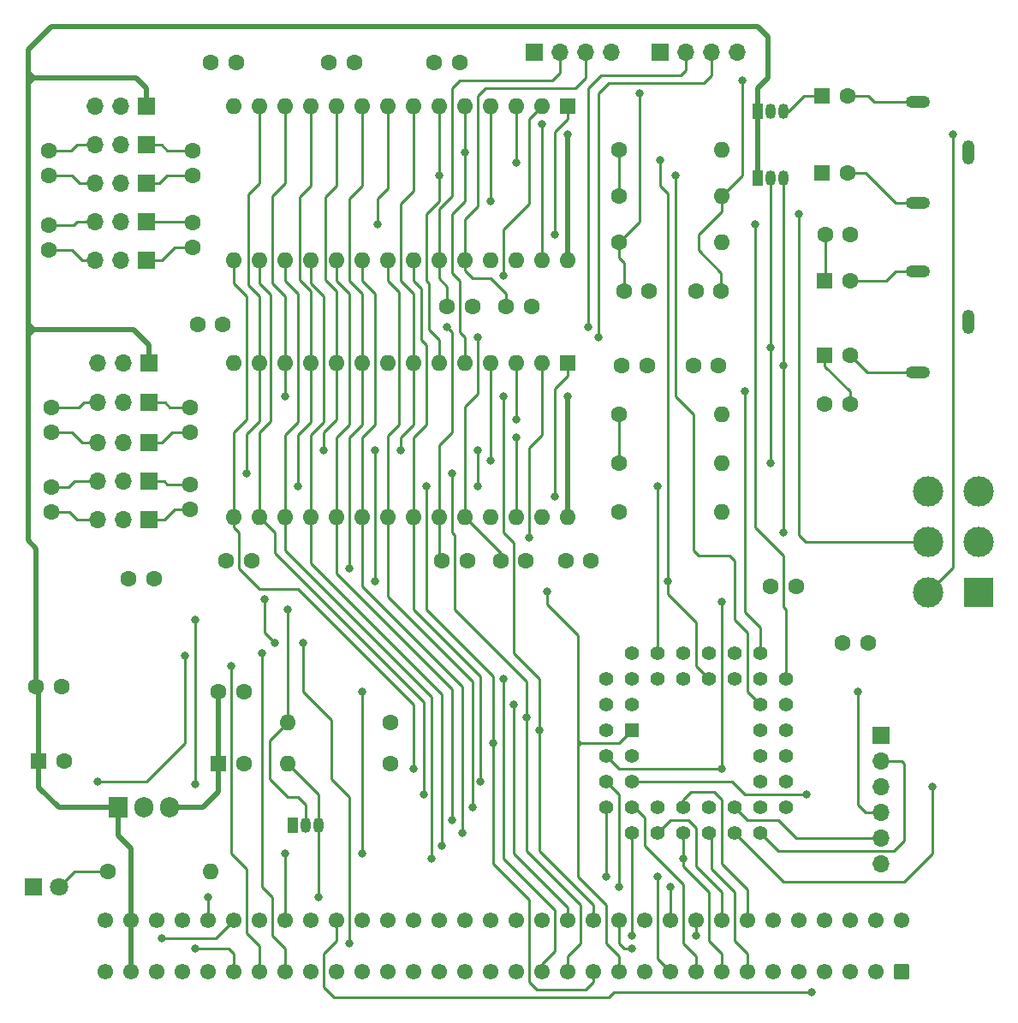
<source format=gtl>
G04 #@! TF.GenerationSoftware,KiCad,Pcbnew,7.0.8*
G04 #@! TF.CreationDate,2024-01-05T15:27:59+00:00*
G04 #@! TF.ProjectId,AudioSID,41756469-6f53-4494-942e-6b696361645f,rev?*
G04 #@! TF.SameCoordinates,Original*
G04 #@! TF.FileFunction,Copper,L1,Top*
G04 #@! TF.FilePolarity,Positive*
%FSLAX46Y46*%
G04 Gerber Fmt 4.6, Leading zero omitted, Abs format (unit mm)*
G04 Created by KiCad (PCBNEW 7.0.8) date 2024-01-05 15:27:59*
%MOMM*%
%LPD*%
G01*
G04 APERTURE LIST*
G04 Aperture macros list*
%AMRoundRect*
0 Rectangle with rounded corners*
0 $1 Rounding radius*
0 $2 $3 $4 $5 $6 $7 $8 $9 X,Y pos of 4 corners*
0 Add a 4 corners polygon primitive as box body*
4,1,4,$2,$3,$4,$5,$6,$7,$8,$9,$2,$3,0*
0 Add four circle primitives for the rounded corners*
1,1,$1+$1,$2,$3*
1,1,$1+$1,$4,$5*
1,1,$1+$1,$6,$7*
1,1,$1+$1,$8,$9*
0 Add four rect primitives between the rounded corners*
20,1,$1+$1,$2,$3,$4,$5,0*
20,1,$1+$1,$4,$5,$6,$7,0*
20,1,$1+$1,$6,$7,$8,$9,0*
20,1,$1+$1,$8,$9,$2,$3,0*%
G04 Aperture macros list end*
G04 #@! TA.AperFunction,ComponentPad*
%ADD10RoundRect,0.249999X0.525001X0.525001X-0.525001X0.525001X-0.525001X-0.525001X0.525001X-0.525001X0*%
G04 #@! TD*
G04 #@! TA.AperFunction,ComponentPad*
%ADD11C,1.550000*%
G04 #@! TD*
G04 #@! TA.AperFunction,ComponentPad*
%ADD12R,1.700000X1.700000*%
G04 #@! TD*
G04 #@! TA.AperFunction,ComponentPad*
%ADD13O,1.700000X1.700000*%
G04 #@! TD*
G04 #@! TA.AperFunction,ComponentPad*
%ADD14C,1.600000*%
G04 #@! TD*
G04 #@! TA.AperFunction,ComponentPad*
%ADD15O,1.600000X1.600000*%
G04 #@! TD*
G04 #@! TA.AperFunction,ComponentPad*
%ADD16R,1.600000X1.600000*%
G04 #@! TD*
G04 #@! TA.AperFunction,ComponentPad*
%ADD17O,1.208000X2.416000*%
G04 #@! TD*
G04 #@! TA.AperFunction,ComponentPad*
%ADD18O,2.416000X1.208000*%
G04 #@! TD*
G04 #@! TA.AperFunction,ComponentPad*
%ADD19R,1.050000X1.500000*%
G04 #@! TD*
G04 #@! TA.AperFunction,ComponentPad*
%ADD20O,1.050000X1.500000*%
G04 #@! TD*
G04 #@! TA.AperFunction,ComponentPad*
%ADD21R,3.000000X3.000000*%
G04 #@! TD*
G04 #@! TA.AperFunction,ComponentPad*
%ADD22C,3.000000*%
G04 #@! TD*
G04 #@! TA.AperFunction,ComponentPad*
%ADD23R,1.422400X1.422400*%
G04 #@! TD*
G04 #@! TA.AperFunction,ComponentPad*
%ADD24C,1.422400*%
G04 #@! TD*
G04 #@! TA.AperFunction,ComponentPad*
%ADD25R,1.905000X2.000000*%
G04 #@! TD*
G04 #@! TA.AperFunction,ComponentPad*
%ADD26O,1.905000X2.000000*%
G04 #@! TD*
G04 #@! TA.AperFunction,ComponentPad*
%ADD27R,1.800000X1.800000*%
G04 #@! TD*
G04 #@! TA.AperFunction,ComponentPad*
%ADD28C,1.800000*%
G04 #@! TD*
G04 #@! TA.AperFunction,ViaPad*
%ADD29C,0.800000*%
G04 #@! TD*
G04 #@! TA.AperFunction,Conductor*
%ADD30C,0.250000*%
G04 #@! TD*
G04 #@! TA.AperFunction,Conductor*
%ADD31C,0.500000*%
G04 #@! TD*
G04 APERTURE END LIST*
D10*
X188722000Y-144780000D03*
D11*
X186182000Y-144780000D03*
X183642000Y-144780000D03*
X181102000Y-144780000D03*
X178562000Y-144780000D03*
X176022000Y-144780000D03*
X173482000Y-144780000D03*
X170942000Y-144780000D03*
X168402000Y-144780000D03*
X165862000Y-144780000D03*
X163322000Y-144780000D03*
X160782000Y-144780000D03*
X158242000Y-144780000D03*
X155702000Y-144780000D03*
X153162000Y-144780000D03*
X150622000Y-144780000D03*
X148082000Y-144780000D03*
X145542000Y-144780000D03*
X143002000Y-144780000D03*
X140462000Y-144780000D03*
X137922000Y-144780000D03*
X135382000Y-144780000D03*
X132842000Y-144780000D03*
X130302000Y-144780000D03*
X127762000Y-144780000D03*
X125222000Y-144780000D03*
X122682000Y-144780000D03*
X120142000Y-144780000D03*
X117602000Y-144780000D03*
X115062000Y-144780000D03*
X112522000Y-144780000D03*
X109982000Y-144780000D03*
X188722000Y-139700000D03*
X186182000Y-139700000D03*
X183642000Y-139700000D03*
X181102000Y-139700000D03*
X178562000Y-139700000D03*
X176022000Y-139700000D03*
X173482000Y-139700000D03*
X170942000Y-139700000D03*
X168402000Y-139700000D03*
X165862000Y-139700000D03*
X163322000Y-139700000D03*
X160782000Y-139700000D03*
X158242000Y-139700000D03*
X155702000Y-139700000D03*
X153162000Y-139700000D03*
X150622000Y-139700000D03*
X148082000Y-139700000D03*
X145542000Y-139700000D03*
X143002000Y-139700000D03*
X140462000Y-139700000D03*
X137922000Y-139700000D03*
X135382000Y-139700000D03*
X132842000Y-139700000D03*
X130302000Y-139700000D03*
X127762000Y-139700000D03*
X125222000Y-139700000D03*
X122682000Y-139700000D03*
X120142000Y-139700000D03*
X117602000Y-139700000D03*
X115062000Y-139700000D03*
X112522000Y-139700000D03*
X109982000Y-139700000D03*
D12*
X164846000Y-53848000D03*
D13*
X167386000Y-53848000D03*
X169926000Y-53848000D03*
X172466000Y-53848000D03*
D12*
X114310000Y-84587000D03*
D13*
X111770000Y-84587000D03*
X109230000Y-84587000D03*
D14*
X160782000Y-68072000D03*
D15*
X170942000Y-68072000D03*
D14*
X160782000Y-63514000D03*
D15*
X170942000Y-63514000D03*
D12*
X152410000Y-53848000D03*
D13*
X154950000Y-53848000D03*
X157490000Y-53848000D03*
X160030000Y-53848000D03*
D14*
X121960000Y-104140000D03*
X124460000Y-104140000D03*
D12*
X114031000Y-74422000D03*
D13*
X111491000Y-74422000D03*
X108951000Y-74422000D03*
D12*
X114285000Y-100076000D03*
D13*
X111745000Y-100076000D03*
X109205000Y-100076000D03*
D12*
X114046000Y-70612000D03*
D13*
X111506000Y-70612000D03*
X108966000Y-70612000D03*
D16*
X181142000Y-76454000D03*
D14*
X183642000Y-76454000D03*
D16*
X180888000Y-58166000D03*
D14*
X183388000Y-58166000D03*
X118603000Y-63540000D03*
X118603000Y-66040000D03*
D17*
X195326000Y-80518000D03*
D18*
X190326000Y-75518000D03*
X190326000Y-85518000D03*
D16*
X181142000Y-83820000D03*
D14*
X183642000Y-83820000D03*
D12*
X114031000Y-59182000D03*
D13*
X111491000Y-59182000D03*
X108951000Y-59182000D03*
D19*
X174498000Y-66294000D03*
D20*
X175768000Y-66294000D03*
X177038000Y-66294000D03*
D19*
X174498000Y-59690000D03*
D20*
X175768000Y-59690000D03*
X177038000Y-59690000D03*
D12*
X114285000Y-96266000D03*
D13*
X111745000Y-96266000D03*
X109205000Y-96266000D03*
D17*
X195326000Y-63754000D03*
D18*
X190326000Y-58754000D03*
X190326000Y-68754000D03*
D21*
X196342000Y-107282000D03*
D22*
X196342000Y-102282000D03*
X196342000Y-97282000D03*
X191342000Y-107282000D03*
X191342000Y-102282000D03*
X191342000Y-97282000D03*
D16*
X180888000Y-65786000D03*
D14*
X183388000Y-65786000D03*
D23*
X162052000Y-120904000D03*
D24*
X159512000Y-123444000D03*
X162052000Y-123444000D03*
X159512000Y-125984000D03*
X162052000Y-125984000D03*
X159512000Y-128524000D03*
X162052000Y-131064000D03*
X162052000Y-128524000D03*
X164592000Y-131064000D03*
X164592000Y-128524000D03*
X167132000Y-131064000D03*
X167132000Y-128524000D03*
X169672000Y-131064000D03*
X169672000Y-128524000D03*
X172212000Y-131064000D03*
X172212000Y-128524000D03*
X174752000Y-131064000D03*
X177292000Y-128524000D03*
X174752000Y-128524000D03*
X177292000Y-125984000D03*
X174752000Y-125984000D03*
X177292000Y-123444000D03*
X174752000Y-123444000D03*
X177292000Y-120904000D03*
X174752000Y-120904000D03*
X177292000Y-118364000D03*
X174752000Y-118364000D03*
X177292000Y-115824000D03*
X174752000Y-113284000D03*
X174752000Y-115824000D03*
X172212000Y-113284000D03*
X172212000Y-115824000D03*
X169672000Y-113284000D03*
X169672000Y-115824000D03*
X167132000Y-113284000D03*
X167132000Y-115824000D03*
X164592000Y-113284000D03*
X164592000Y-115824000D03*
X162052000Y-113284000D03*
X159512000Y-115824000D03*
X162052000Y-115824000D03*
X159512000Y-118364000D03*
X162052000Y-118364000D03*
X159512000Y-120904000D03*
D14*
X138176000Y-124206000D03*
D15*
X128016000Y-124206000D03*
D25*
X111252000Y-128524000D03*
D26*
X113792000Y-128524000D03*
X116332000Y-128524000D03*
D14*
X110236000Y-134874000D03*
D15*
X120396000Y-134874000D03*
D14*
X121198000Y-117094000D03*
X123698000Y-117094000D03*
X104633000Y-96814000D03*
X104633000Y-99314000D03*
X175808000Y-106680000D03*
X178308000Y-106680000D03*
X104379000Y-70906000D03*
X104379000Y-73406000D03*
D27*
X102870000Y-136398000D03*
D28*
X105410000Y-136398000D03*
D14*
X160782000Y-72658000D03*
D15*
X170942000Y-72658000D03*
D14*
X155508000Y-104140000D03*
X158008000Y-104140000D03*
X160762000Y-94488000D03*
D15*
X170922000Y-94488000D03*
D14*
X118603000Y-70652000D03*
X118603000Y-73152000D03*
D16*
X103418000Y-123952000D03*
D14*
X105918000Y-123952000D03*
D16*
X121198000Y-124206000D03*
D14*
X123698000Y-124206000D03*
X104633000Y-88940000D03*
X104633000Y-91440000D03*
X103164000Y-116586000D03*
X105664000Y-116586000D03*
D16*
X155702000Y-84582000D03*
D15*
X153162000Y-84582000D03*
X150622000Y-84582000D03*
X148082000Y-84582000D03*
X145542000Y-84582000D03*
X143002000Y-84582000D03*
X140462000Y-84582000D03*
X137922000Y-84582000D03*
X135382000Y-84582000D03*
X132842000Y-84582000D03*
X130302000Y-84582000D03*
X127762000Y-84582000D03*
X125222000Y-84582000D03*
X122682000Y-84582000D03*
X122682000Y-99822000D03*
X125222000Y-99822000D03*
X127762000Y-99822000D03*
X130302000Y-99822000D03*
X132842000Y-99822000D03*
X135382000Y-99822000D03*
X137922000Y-99822000D03*
X140462000Y-99822000D03*
X143002000Y-99822000D03*
X145542000Y-99822000D03*
X148082000Y-99822000D03*
X150622000Y-99822000D03*
X153162000Y-99822000D03*
X155702000Y-99822000D03*
D14*
X161056000Y-84850000D03*
X163556000Y-84850000D03*
D16*
X155702000Y-59182000D03*
D15*
X153162000Y-59182000D03*
X150622000Y-59182000D03*
X148082000Y-59182000D03*
X145542000Y-59182000D03*
X143002000Y-59182000D03*
X140462000Y-59182000D03*
X137922000Y-59182000D03*
X135382000Y-59182000D03*
X132842000Y-59182000D03*
X130302000Y-59182000D03*
X127762000Y-59182000D03*
X125222000Y-59182000D03*
X122682000Y-59182000D03*
X122682000Y-74422000D03*
X125222000Y-74422000D03*
X127762000Y-74422000D03*
X130302000Y-74422000D03*
X132842000Y-74422000D03*
X135382000Y-74422000D03*
X137922000Y-74422000D03*
X140462000Y-74422000D03*
X143002000Y-74422000D03*
X145542000Y-74422000D03*
X148082000Y-74422000D03*
X150622000Y-74422000D03*
X153162000Y-74422000D03*
X155702000Y-74422000D03*
D12*
X114031000Y-62992000D03*
D13*
X111491000Y-62992000D03*
X108951000Y-62992000D03*
D14*
X163790000Y-77484000D03*
X161290000Y-77484000D03*
X118349000Y-88940000D03*
X118349000Y-91440000D03*
X112308000Y-105918000D03*
X114808000Y-105918000D03*
X142534000Y-54864000D03*
X145034000Y-54864000D03*
X160762000Y-99328000D03*
D15*
X170922000Y-99328000D03*
D14*
X143296000Y-104140000D03*
X145796000Y-104140000D03*
X120436000Y-54864000D03*
X122936000Y-54864000D03*
D19*
X128524000Y-130302000D03*
D20*
X129794000Y-130302000D03*
X131064000Y-130302000D03*
D14*
X118349000Y-96560000D03*
X118349000Y-99060000D03*
X143804000Y-78994000D03*
X146304000Y-78994000D03*
D12*
X114285000Y-92456000D03*
D13*
X111745000Y-92456000D03*
X109205000Y-92456000D03*
D14*
X183622000Y-88646000D03*
X181122000Y-88646000D03*
X149098000Y-104140000D03*
X151598000Y-104140000D03*
D12*
X114285000Y-88454000D03*
D13*
X111745000Y-88454000D03*
X109205000Y-88454000D03*
D14*
X182920000Y-112268000D03*
X185420000Y-112268000D03*
X149626000Y-78994000D03*
X152126000Y-78994000D03*
X132120000Y-54864000D03*
X134620000Y-54864000D03*
D12*
X114046000Y-66802000D03*
D13*
X111506000Y-66802000D03*
X108966000Y-66802000D03*
D14*
X160762000Y-89676000D03*
D15*
X170922000Y-89676000D03*
D12*
X186690000Y-121412000D03*
D13*
X186690000Y-123952000D03*
X186690000Y-126492000D03*
X186690000Y-129032000D03*
X186690000Y-131572000D03*
X186690000Y-134112000D03*
D14*
X168148000Y-84836000D03*
X170648000Y-84836000D03*
X104379000Y-63540000D03*
X104379000Y-66040000D03*
X138176000Y-120142000D03*
D15*
X128016000Y-120142000D03*
D14*
X181162000Y-71882000D03*
X183662000Y-71882000D03*
X170902000Y-77484000D03*
X168402000Y-77484000D03*
X119126000Y-80772000D03*
X121626000Y-80772000D03*
D29*
X115570000Y-141478000D03*
X109220000Y-125984000D03*
X117856000Y-113538000D03*
X129540000Y-112268000D03*
X125730000Y-107950000D03*
X134112000Y-141986000D03*
X164846000Y-64516000D03*
X145542000Y-63754000D03*
X165608000Y-106172000D03*
X126746000Y-112268000D03*
X127762000Y-133096000D03*
X135382000Y-133096000D03*
X135382000Y-117094000D03*
X179832000Y-146812000D03*
X179324000Y-127254000D03*
X150368000Y-118364000D03*
X152908000Y-120904000D03*
X127762000Y-87884000D03*
X149352000Y-87884000D03*
X170942000Y-124714000D03*
X136652000Y-106172000D03*
X162052000Y-142494000D03*
X170942000Y-108204000D03*
X136652000Y-93218000D03*
X131572000Y-93218000D03*
X147066000Y-125984000D03*
X165862000Y-136398000D03*
X160782000Y-136398000D03*
X145288000Y-131064000D03*
X168402000Y-141224000D03*
X162052000Y-141224000D03*
X143256000Y-132334000D03*
X141478000Y-127254000D03*
X146812000Y-82042000D03*
X158750000Y-82042000D03*
X118872000Y-126238000D03*
X118872000Y-142531500D03*
X118872000Y-109982000D03*
X146812000Y-96774000D03*
X164592000Y-96774000D03*
X146812000Y-93218000D03*
X139192000Y-93218000D03*
X122428000Y-114554000D03*
X125476000Y-113284000D03*
X149352000Y-115824000D03*
X123952000Y-95504000D03*
X151638000Y-119634000D03*
X144272000Y-95504000D03*
X141732000Y-96774000D03*
X129032000Y-96774000D03*
X148336000Y-122174000D03*
X134112000Y-104902000D03*
X153670000Y-107188000D03*
X146304000Y-128524000D03*
X159512000Y-135382000D03*
X164592000Y-135382000D03*
X144272000Y-129794000D03*
X142240000Y-133604000D03*
X167132000Y-133604000D03*
X140462000Y-124714000D03*
X131064000Y-137414000D03*
X120142000Y-137414000D03*
X157734000Y-81026000D03*
X143764000Y-81026000D03*
X191770000Y-126492000D03*
X184404000Y-117094000D03*
X128016000Y-108966000D03*
X178562000Y-69850000D03*
X193802000Y-61976000D03*
X153162000Y-60960000D03*
X143002000Y-66040000D03*
X166370000Y-66040000D03*
X136906000Y-70866000D03*
X174244000Y-70866000D03*
X173228000Y-87376000D03*
X150622000Y-91948000D03*
X175768000Y-94488000D03*
X175768000Y-83058000D03*
X177038000Y-84836000D03*
X177038000Y-101346000D03*
X172974000Y-56642000D03*
X162814000Y-57912000D03*
X155702000Y-87884000D03*
X150622000Y-90170000D03*
X148082000Y-94234000D03*
X154432000Y-97790000D03*
X151892000Y-101854000D03*
X155702000Y-61976000D03*
X150622000Y-64770000D03*
X148082000Y-68580000D03*
X154432000Y-71882000D03*
X149352000Y-75946000D03*
D30*
X114046000Y-125984000D02*
X109220000Y-125984000D01*
X122682000Y-139700000D02*
X120904000Y-141478000D01*
X120904000Y-141478000D02*
X115570000Y-141478000D01*
X114046000Y-125984000D02*
X117856000Y-122174000D01*
X117856000Y-113538000D02*
X117856000Y-122174000D01*
X165608000Y-107442000D02*
X165608000Y-106172000D01*
X145034000Y-76454000D02*
X144272000Y-75692000D01*
X144272000Y-69850000D02*
X145542000Y-68580000D01*
X165608000Y-106172000D02*
X165608000Y-67818000D01*
X132334000Y-119888000D02*
X132334000Y-125730000D01*
X125730000Y-111252000D02*
X126746000Y-112268000D01*
X145542000Y-63754000D02*
X145542000Y-59182000D01*
X134112000Y-127508000D02*
X134112000Y-141986000D01*
X145542000Y-82042000D02*
X145034000Y-81534000D01*
X165608000Y-67818000D02*
X164846000Y-67056000D01*
X169672000Y-115824000D02*
X168402000Y-114554000D01*
X145542000Y-84582000D02*
X145542000Y-82042000D01*
X145034000Y-81534000D02*
X145034000Y-76454000D01*
X132334000Y-125730000D02*
X134112000Y-127508000D01*
X145542000Y-68580000D02*
X145542000Y-63754000D01*
X129540000Y-112268000D02*
X129540000Y-117094000D01*
X144272000Y-75692000D02*
X144272000Y-69850000D01*
X168402000Y-114554000D02*
X168402000Y-110236000D01*
X125730000Y-107950000D02*
X125730000Y-111252000D01*
X129540000Y-117094000D02*
X132334000Y-119888000D01*
X164846000Y-67056000D02*
X164846000Y-64516000D01*
X168402000Y-110236000D02*
X165608000Y-107442000D01*
X127762000Y-133096000D02*
X127762000Y-139700000D01*
X135382000Y-117094000D02*
X135382000Y-133096000D01*
X173228000Y-127254000D02*
X179324000Y-127254000D01*
X132588000Y-147320000D02*
X131572000Y-146304000D01*
X160274000Y-146812000D02*
X159766000Y-147320000D01*
X132842000Y-141732000D02*
X132842000Y-139700000D01*
X162052000Y-125984000D02*
X171958000Y-125984000D01*
X131572000Y-146304000D02*
X131572000Y-143002000D01*
X179832000Y-146812000D02*
X160274000Y-146812000D01*
X171958000Y-125984000D02*
X173228000Y-127254000D01*
X159766000Y-147320000D02*
X132588000Y-147320000D01*
X131572000Y-143002000D02*
X132842000Y-141732000D01*
X155702000Y-138430000D02*
X155702000Y-139700000D01*
X150368000Y-118364000D02*
X150368000Y-133096000D01*
X150368000Y-133096000D02*
X155702000Y-138430000D01*
X152908000Y-132842000D02*
X152908000Y-120904000D01*
X126492000Y-68072000D02*
X126492000Y-76708000D01*
X149352000Y-101346000D02*
X150368000Y-102362000D01*
X127762000Y-77978000D02*
X127762000Y-84582000D01*
X149352000Y-101346000D02*
X149352000Y-87884000D01*
X150368000Y-113284000D02*
X150368000Y-102362000D01*
X152908000Y-120904000D02*
X152908000Y-115824000D01*
X152908000Y-132842000D02*
X158242000Y-138176000D01*
X127762000Y-87884000D02*
X127762000Y-84582000D01*
X150368000Y-113284000D02*
X152908000Y-115824000D01*
X127762000Y-66802000D02*
X126492000Y-68072000D01*
X127762000Y-59182000D02*
X127762000Y-66802000D01*
X158242000Y-139700000D02*
X158242000Y-138176000D01*
X126492000Y-76708000D02*
X127762000Y-77978000D01*
X132842000Y-67056000D02*
X132842000Y-59182000D01*
X131717000Y-76345000D02*
X131717000Y-68181000D01*
X160782000Y-124714000D02*
X159512000Y-123444000D01*
X170942000Y-124714000D02*
X160782000Y-124714000D01*
X132842000Y-84582000D02*
X132842000Y-77470000D01*
X136652000Y-106172000D02*
X136652000Y-93218000D01*
X131572000Y-93218000D02*
X131572000Y-91440000D01*
X160782000Y-141986000D02*
X160782000Y-139700000D01*
X132842000Y-77470000D02*
X131717000Y-76345000D01*
X170942000Y-124714000D02*
X170942000Y-108204000D01*
X131717000Y-68181000D02*
X132842000Y-67056000D01*
X132842000Y-90170000D02*
X132842000Y-84582000D01*
X162052000Y-142494000D02*
X161290000Y-142494000D01*
X131572000Y-91440000D02*
X132842000Y-90170000D01*
X161290000Y-142494000D02*
X160782000Y-141986000D01*
X165862000Y-136398000D02*
X165862000Y-139700000D01*
X141732000Y-90678000D02*
X141732000Y-82804000D01*
X147066000Y-125984000D02*
X147066000Y-115570000D01*
X141732000Y-82804000D02*
X141224000Y-82296000D01*
X141224000Y-82296000D02*
X141224000Y-77216000D01*
X147066000Y-115570000D02*
X140462000Y-108966000D01*
X140462000Y-108966000D02*
X140462000Y-99822000D01*
X159512000Y-125984000D02*
X160782000Y-127254000D01*
X141224000Y-77216000D02*
X140462000Y-76454000D01*
X140462000Y-91948000D02*
X141732000Y-90678000D01*
X140462000Y-76454000D02*
X140462000Y-74422000D01*
X140462000Y-99822000D02*
X140462000Y-91948000D01*
X160782000Y-127254000D02*
X160782000Y-136398000D01*
X162052000Y-131318000D02*
X162052000Y-132588000D01*
X135382000Y-106680000D02*
X135382000Y-99822000D01*
X135382000Y-76454000D02*
X135382000Y-74422000D01*
X168402000Y-141224000D02*
X168402000Y-139700000D01*
X162052000Y-132588000D02*
X162052000Y-141224000D01*
X135382000Y-99822000D02*
X135382000Y-91948000D01*
X145288000Y-116586000D02*
X135382000Y-106680000D01*
X162052000Y-132588000D02*
X162052000Y-131064000D01*
X136652000Y-77724000D02*
X135382000Y-76454000D01*
X136652000Y-90678000D02*
X136652000Y-77724000D01*
X145288000Y-131064000D02*
X145288000Y-116586000D01*
X135382000Y-91948000D02*
X136652000Y-90678000D01*
X143256000Y-117348000D02*
X130302000Y-104394000D01*
X164846000Y-131064000D02*
X164846000Y-130810000D01*
X167640000Y-129794000D02*
X168402000Y-130556000D01*
X131572000Y-77978000D02*
X130302000Y-76708000D01*
X170942000Y-136906000D02*
X170942000Y-139700000D01*
X168402000Y-130556000D02*
X168402000Y-134366000D01*
X165862000Y-129794000D02*
X167640000Y-129794000D01*
X168402000Y-134366000D02*
X170942000Y-136906000D01*
X165354000Y-130302000D02*
X165862000Y-129794000D01*
X130302000Y-76708000D02*
X130302000Y-74422000D01*
X130302000Y-104394000D02*
X130302000Y-99822000D01*
X130302000Y-99822000D02*
X130302000Y-91694000D01*
X164846000Y-130810000D02*
X165354000Y-130302000D01*
X165354000Y-130302000D02*
X164592000Y-131064000D01*
X143256000Y-132334000D02*
X143256000Y-117348000D01*
X130302000Y-91694000D02*
X131572000Y-90424000D01*
X131572000Y-90424000D02*
X131572000Y-77978000D01*
X167132000Y-127762000D02*
X167132000Y-128524000D01*
X126746000Y-101346000D02*
X125222000Y-99822000D01*
X173482000Y-139700000D02*
X173482000Y-136652000D01*
X125222000Y-91440000D02*
X126347000Y-90315000D01*
X126746000Y-103378000D02*
X126746000Y-101346000D01*
X173482000Y-136652000D02*
X170942000Y-134112000D01*
X126347000Y-90315000D02*
X126347000Y-77833000D01*
X125222000Y-76708000D02*
X125222000Y-74422000D01*
X170180000Y-127000000D02*
X167894000Y-127000000D01*
X125222000Y-99822000D02*
X125222000Y-91440000D01*
X141478000Y-127254000D02*
X141478000Y-118110000D01*
X167894000Y-127000000D02*
X167132000Y-127762000D01*
X126347000Y-77833000D02*
X125222000Y-76708000D01*
X141478000Y-118110000D02*
X126746000Y-103378000D01*
X170942000Y-134112000D02*
X170942000Y-127762000D01*
X170942000Y-127762000D02*
X170180000Y-127000000D01*
X169164000Y-56896000D02*
X159766000Y-56896000D01*
X145542000Y-99822000D02*
X149098000Y-103378000D01*
X145542000Y-88900000D02*
X146812000Y-87630000D01*
X158750000Y-57912000D02*
X158750000Y-82042000D01*
X159766000Y-56896000D02*
X158750000Y-57912000D01*
X145542000Y-99822000D02*
X145542000Y-88900000D01*
X169926000Y-53848000D02*
X169926000Y-56134000D01*
X169926000Y-56134000D02*
X169164000Y-56896000D01*
X149098000Y-103378000D02*
X149098000Y-104140000D01*
X146812000Y-87630000D02*
X146812000Y-82042000D01*
X118872000Y-109982000D02*
X118872000Y-126238000D01*
X122211500Y-142531500D02*
X122682000Y-143002000D01*
X122682000Y-143002000D02*
X122682000Y-144780000D01*
X118872000Y-142531500D02*
X122211500Y-142531500D01*
X140462000Y-90678000D02*
X140462000Y-84582000D01*
X139192000Y-68834000D02*
X140462000Y-67564000D01*
X123952000Y-140970000D02*
X123952000Y-134620000D01*
X125222000Y-144780000D02*
X125222000Y-142240000D01*
X125222000Y-142240000D02*
X123952000Y-140970000D01*
X139192000Y-76454000D02*
X139192000Y-68834000D01*
X140462000Y-77724000D02*
X139192000Y-76454000D01*
X139192000Y-91948000D02*
X140462000Y-90678000D01*
X146812000Y-96774000D02*
X146812000Y-93218000D01*
X140462000Y-67564000D02*
X140462000Y-59182000D01*
X122428000Y-133096000D02*
X122428000Y-114554000D01*
X140462000Y-84582000D02*
X140462000Y-77724000D01*
X123952000Y-134620000D02*
X122428000Y-133096000D01*
X164592000Y-113284000D02*
X164592000Y-96774000D01*
X139192000Y-93218000D02*
X139192000Y-91948000D01*
X126492000Y-141224000D02*
X127762000Y-142494000D01*
X126492000Y-137414000D02*
X126492000Y-141224000D01*
X127762000Y-142494000D02*
X127762000Y-144780000D01*
X125476000Y-136398000D02*
X126492000Y-137414000D01*
X125476000Y-113284000D02*
X125476000Y-136398000D01*
X149352000Y-133604000D02*
X154432000Y-138684000D01*
X149352000Y-115824000D02*
X149352000Y-133604000D01*
X154432000Y-138684000D02*
X154432000Y-142748000D01*
X153162000Y-144018000D02*
X153162000Y-144780000D01*
X154432000Y-142748000D02*
X153162000Y-144018000D01*
X151638000Y-119634000D02*
X151638000Y-116078000D01*
X125222000Y-84582000D02*
X125222000Y-77978000D01*
X124097000Y-67927000D02*
X125222000Y-66802000D01*
X144272000Y-101346000D02*
X144272000Y-95504000D01*
X151638000Y-119634000D02*
X151638000Y-132842000D01*
X144526000Y-108966000D02*
X144526000Y-101600000D01*
X155702000Y-143256000D02*
X155702000Y-144780000D01*
X144526000Y-101600000D02*
X144272000Y-101346000D01*
X123952000Y-95504000D02*
X123952000Y-91567000D01*
X123952000Y-91567000D02*
X125222000Y-90297000D01*
X125222000Y-66802000D02*
X125222000Y-59182000D01*
X156972000Y-141986000D02*
X155702000Y-143256000D01*
X124097000Y-76853000D02*
X124097000Y-67927000D01*
X124097000Y-76853000D02*
X125222000Y-77978000D01*
X144526000Y-108966000D02*
X151638000Y-116078000D01*
X151638000Y-132842000D02*
X156972000Y-138176000D01*
X125222000Y-90297000D02*
X125222000Y-84582000D01*
X156972000Y-138176000D02*
X156972000Y-141986000D01*
X129032000Y-91694000D02*
X130302000Y-90424000D01*
X148336000Y-122174000D02*
X148336000Y-115570000D01*
X130302000Y-84582000D02*
X130302000Y-77470000D01*
X130302000Y-90424000D02*
X130302000Y-84582000D01*
X157480000Y-146558000D02*
X158242000Y-145796000D01*
X148336000Y-134112000D02*
X151892000Y-137668000D01*
X129177000Y-68181000D02*
X130302000Y-67056000D01*
X151892000Y-145796000D02*
X152654000Y-146558000D01*
X152654000Y-146558000D02*
X157480000Y-146558000D01*
X158242000Y-145796000D02*
X158242000Y-144780000D01*
X129032000Y-96774000D02*
X129032000Y-91694000D01*
X130302000Y-77470000D02*
X129177000Y-76345000D01*
X129177000Y-76345000D02*
X129177000Y-68181000D01*
X148336000Y-122174000D02*
X148336000Y-134112000D01*
X141732000Y-108966000D02*
X141732000Y-96774000D01*
X141732000Y-108966000D02*
X148336000Y-115570000D01*
X151892000Y-137668000D02*
X151892000Y-145796000D01*
X130302000Y-67056000D02*
X130302000Y-59182000D01*
X160782000Y-144780000D02*
X160782000Y-143256000D01*
X134112000Y-91948000D02*
X135382000Y-90678000D01*
X159512000Y-138176000D02*
X156718000Y-135382000D01*
X153670000Y-107188000D02*
X153670000Y-108458000D01*
X156972000Y-122174000D02*
X156718000Y-121920000D01*
X135382000Y-77724000D02*
X134112000Y-76454000D01*
X159512000Y-141986000D02*
X159512000Y-138176000D01*
X160782000Y-143256000D02*
X159512000Y-141986000D01*
X134112000Y-76454000D02*
X134112000Y-68326000D01*
X156718000Y-122428000D02*
X156972000Y-122174000D01*
X135382000Y-84582000D02*
X135382000Y-77724000D01*
X156718000Y-111506000D02*
X156718000Y-121920000D01*
X135382000Y-67056000D02*
X135382000Y-59182000D01*
X156718000Y-123952000D02*
X156718000Y-121920000D01*
X134112000Y-104902000D02*
X134112000Y-91948000D01*
X134112000Y-68326000D02*
X135382000Y-67056000D01*
X156718000Y-135382000D02*
X156718000Y-123952000D01*
X156718000Y-123952000D02*
X156718000Y-122428000D01*
X160782000Y-122174000D02*
X162052000Y-120904000D01*
X156972000Y-122174000D02*
X160782000Y-122174000D01*
X153670000Y-108458000D02*
X156718000Y-111506000D01*
X135382000Y-90678000D02*
X135382000Y-84582000D01*
X146304000Y-116078000D02*
X146304000Y-128524000D01*
X164592000Y-143510000D02*
X165862000Y-144780000D01*
X137922000Y-107696000D02*
X146304000Y-116078000D01*
X137922000Y-99822000D02*
X137922000Y-107696000D01*
X159512000Y-128524000D02*
X159512000Y-135382000D01*
X164592000Y-135382000D02*
X164592000Y-143510000D01*
X139047000Y-90678000D02*
X139047000Y-77579000D01*
X139047000Y-77579000D02*
X137922000Y-76454000D01*
X137922000Y-99822000D02*
X137922000Y-91803000D01*
X137922000Y-76454000D02*
X137922000Y-74422000D01*
X137922000Y-91803000D02*
X139047000Y-90678000D01*
X163322000Y-129540000D02*
X163322000Y-132334000D01*
X144272000Y-129794000D02*
X144272000Y-116840000D01*
X132842000Y-91948000D02*
X134112000Y-90678000D01*
X134112000Y-90678000D02*
X134112000Y-77724000D01*
X132842000Y-105410000D02*
X132842000Y-99822000D01*
X167132000Y-141986000D02*
X168402000Y-143256000D01*
X162306000Y-128524000D02*
X163322000Y-129540000D01*
X134112000Y-77724000D02*
X132842000Y-76454000D01*
X168402000Y-143256000D02*
X168402000Y-144780000D01*
X163322000Y-132334000D02*
X167132000Y-136144000D01*
X132842000Y-99822000D02*
X132842000Y-91948000D01*
X132842000Y-76454000D02*
X132842000Y-74422000D01*
X144272000Y-116840000D02*
X132842000Y-105410000D01*
X167132000Y-136144000D02*
X167132000Y-141986000D01*
X129032000Y-90424000D02*
X129032000Y-77724000D01*
X169672000Y-141732000D02*
X170942000Y-143002000D01*
X169672000Y-136906000D02*
X169672000Y-141732000D01*
X142240000Y-117602000D02*
X127762000Y-103124000D01*
X167132000Y-131064000D02*
X167132000Y-133604000D01*
X129032000Y-77724000D02*
X127762000Y-76454000D01*
X142240000Y-133604000D02*
X142240000Y-117602000D01*
X170942000Y-143002000D02*
X170942000Y-144780000D01*
X167132000Y-134366000D02*
X169672000Y-136906000D01*
X127762000Y-91694000D02*
X129032000Y-90424000D01*
X127762000Y-76454000D02*
X127762000Y-74422000D01*
X127762000Y-99822000D02*
X127762000Y-91694000D01*
X127762000Y-103124000D02*
X127762000Y-99822000D01*
X167132000Y-133604000D02*
X167132000Y-134366000D01*
X172212000Y-136906000D02*
X172212000Y-141732000D01*
X173482000Y-143002000D02*
X173482000Y-144780000D01*
X122682000Y-76708000D02*
X123952000Y-77978000D01*
X123952000Y-90170000D02*
X122682000Y-91440000D01*
X129032000Y-106934000D02*
X125222000Y-106934000D01*
X122682000Y-91440000D02*
X122682000Y-99822000D01*
X123952000Y-77978000D02*
X123952000Y-90170000D01*
X169926000Y-134620000D02*
X172212000Y-136906000D01*
X140462000Y-118364000D02*
X129032000Y-106934000D01*
X125222000Y-106934000D02*
X123190000Y-104902000D01*
X123190000Y-104902000D02*
X123190000Y-101346000D01*
X122682000Y-100838000D02*
X122682000Y-99822000D01*
X123190000Y-101346000D02*
X122682000Y-100838000D01*
X172212000Y-141732000D02*
X173482000Y-143002000D01*
X122682000Y-74422000D02*
X122682000Y-76708000D01*
X169926000Y-131064000D02*
X169926000Y-134620000D01*
X140462000Y-124714000D02*
X140462000Y-118364000D01*
X131064000Y-127254000D02*
X128016000Y-124206000D01*
X131064000Y-130302000D02*
X131064000Y-127254000D01*
X120142000Y-137414000D02*
X120142000Y-139700000D01*
X131064000Y-130302000D02*
X131064000Y-137414000D01*
X157734000Y-57404000D02*
X159004000Y-56134000D01*
X144272000Y-91440000D02*
X144272000Y-81534000D01*
X167386000Y-55626000D02*
X167386000Y-53848000D01*
X166878000Y-56134000D02*
X167386000Y-55626000D01*
X143002000Y-99822000D02*
X143002000Y-103846000D01*
X159004000Y-56134000D02*
X166878000Y-56134000D01*
X144272000Y-81534000D02*
X143764000Y-81026000D01*
X143002000Y-103846000D02*
X143296000Y-104140000D01*
X143002000Y-99822000D02*
X143002000Y-92710000D01*
X143002000Y-92710000D02*
X144272000Y-91440000D01*
X157734000Y-81026000D02*
X157734000Y-57404000D01*
X190326000Y-85518000D02*
X185340000Y-85518000D01*
X185340000Y-85518000D02*
X183642000Y-83820000D01*
X188134000Y-68754000D02*
X185166000Y-65786000D01*
X190326000Y-68754000D02*
X188134000Y-68754000D01*
X185166000Y-65786000D02*
X183388000Y-65786000D01*
X183642000Y-76454000D02*
X187198000Y-76454000D01*
X188134000Y-75518000D02*
X190326000Y-75518000D01*
X187198000Y-76454000D02*
X188134000Y-75518000D01*
X186008000Y-58754000D02*
X185420000Y-58166000D01*
X190326000Y-58754000D02*
X186008000Y-58754000D01*
X185420000Y-58166000D02*
X183388000Y-58166000D01*
D31*
X102362000Y-81788000D02*
X102362000Y-102108000D01*
X103164000Y-116586000D02*
X103164000Y-102910000D01*
X112776000Y-81280000D02*
X114310000Y-82814000D01*
X102870000Y-81280000D02*
X102362000Y-80772000D01*
X102870000Y-81280000D02*
X112776000Y-81280000D01*
X104648000Y-51308000D02*
X174498000Y-51308000D01*
X175514000Y-52324000D02*
X175514000Y-56388000D01*
X174498000Y-51308000D02*
X175514000Y-52324000D01*
X111252000Y-131318000D02*
X111252000Y-128524000D01*
X174498000Y-59690000D02*
X174498000Y-66294000D01*
X102362000Y-58674000D02*
X102362000Y-55880000D01*
X114310000Y-82814000D02*
X114310000Y-84587000D01*
X102362000Y-56896000D02*
X102362000Y-58674000D01*
X112522000Y-139700000D02*
X112522000Y-132588000D01*
X102362000Y-53594000D02*
X104648000Y-51308000D01*
X114031000Y-57389000D02*
X113030000Y-56388000D01*
X102870000Y-56388000D02*
X102362000Y-55880000D01*
X102362000Y-81280000D02*
X102362000Y-81788000D01*
X102362000Y-55880000D02*
X102362000Y-53594000D01*
X112522000Y-144780000D02*
X112522000Y-139700000D01*
X174498000Y-57404000D02*
X174498000Y-59690000D01*
X113030000Y-56388000D02*
X102870000Y-56388000D01*
X111252000Y-128524000D02*
X105410000Y-128524000D01*
X112522000Y-132588000D02*
X111252000Y-131318000D01*
X114031000Y-59182000D02*
X114031000Y-57389000D01*
X102362000Y-80772000D02*
X102362000Y-81280000D01*
X102870000Y-56388000D02*
X102362000Y-56896000D01*
X175514000Y-56388000D02*
X174498000Y-57404000D01*
X103418000Y-123952000D02*
X103418000Y-116840000D01*
X103418000Y-116840000D02*
X103164000Y-116586000D01*
X103418000Y-126532000D02*
X103418000Y-123952000D01*
X102870000Y-81280000D02*
X102362000Y-81788000D01*
X103164000Y-102910000D02*
X102362000Y-102108000D01*
X102362000Y-58674000D02*
X102362000Y-80772000D01*
X102870000Y-81280000D02*
X102362000Y-81280000D01*
X105410000Y-128524000D02*
X103418000Y-126532000D01*
D30*
X187960000Y-132842000D02*
X188976000Y-131826000D01*
X188976000Y-131826000D02*
X188976000Y-124206000D01*
X188722000Y-123952000D02*
X186690000Y-123952000D01*
X174752000Y-131064000D02*
X176530000Y-132842000D01*
X176530000Y-132842000D02*
X187960000Y-132842000D01*
X188976000Y-124206000D02*
X188722000Y-123952000D01*
X177038000Y-135890000D02*
X188976000Y-135890000D01*
X188976000Y-135890000D02*
X191770000Y-133096000D01*
X172212000Y-131064000D02*
X177038000Y-135890000D01*
X191770000Y-133096000D02*
X191770000Y-126492000D01*
X186690000Y-129032000D02*
X185166000Y-129032000D01*
X185166000Y-129032000D02*
X184404000Y-128270000D01*
X184404000Y-128270000D02*
X184404000Y-117094000D01*
X173482000Y-129794000D02*
X176530000Y-129794000D01*
X178308000Y-131572000D02*
X186690000Y-131572000D01*
X176530000Y-129794000D02*
X178308000Y-131572000D01*
X172212000Y-128524000D02*
X173482000Y-129794000D01*
X126238000Y-121920000D02*
X128016000Y-120142000D01*
X129794000Y-128270000D02*
X129032000Y-127508000D01*
X129794000Y-130302000D02*
X129794000Y-128270000D01*
X126238000Y-125730000D02*
X126238000Y-121920000D01*
X128016000Y-127508000D02*
X126238000Y-125730000D01*
X129032000Y-127508000D02*
X128016000Y-127508000D01*
X128016000Y-108966000D02*
X128016000Y-120142000D01*
X160762000Y-89676000D02*
X160762000Y-94488000D01*
X179244000Y-102282000D02*
X191342000Y-102282000D01*
X178562000Y-101600000D02*
X179244000Y-102282000D01*
X160782000Y-63514000D02*
X160782000Y-68072000D01*
X178562000Y-69850000D02*
X178562000Y-101600000D01*
X191342000Y-107282000D02*
X193802000Y-104822000D01*
X153162000Y-60960000D02*
X153162000Y-74422000D01*
X193802000Y-104822000D02*
X193802000Y-61976000D01*
X143002000Y-59182000D02*
X143002000Y-66040000D01*
X141732000Y-76454000D02*
X141986000Y-76708000D01*
X143002000Y-68580000D02*
X141732000Y-69850000D01*
X171704000Y-103632000D02*
X168656000Y-103632000D01*
X172212000Y-104140000D02*
X171704000Y-103632000D01*
X168148000Y-103124000D02*
X168148000Y-89662000D01*
X168656000Y-103632000D02*
X168148000Y-103124000D01*
X173482000Y-117094000D02*
X173482000Y-111252000D01*
X174752000Y-118364000D02*
X173482000Y-117094000D01*
X166370000Y-87884000D02*
X166370000Y-66040000D01*
X172212000Y-109982000D02*
X172212000Y-104140000D01*
X141732000Y-69850000D02*
X141732000Y-76454000D01*
X173482000Y-111252000D02*
X172212000Y-109982000D01*
X141986000Y-76708000D02*
X141986000Y-81280000D01*
X143002000Y-82296000D02*
X143002000Y-84582000D01*
X143002000Y-66040000D02*
X143002000Y-68580000D01*
X168148000Y-89662000D02*
X166370000Y-87884000D01*
X141986000Y-81280000D02*
X143002000Y-82296000D01*
X136906000Y-68326000D02*
X137922000Y-67310000D01*
X137922000Y-67310000D02*
X137922000Y-59182000D01*
X177292000Y-108966000D02*
X177038000Y-108712000D01*
X174244000Y-100838000D02*
X174244000Y-70866000D01*
X177038000Y-108712000D02*
X177038000Y-103632000D01*
X177038000Y-103632000D02*
X174244000Y-100838000D01*
X177292000Y-115824000D02*
X177292000Y-108966000D01*
X136906000Y-70866000D02*
X136906000Y-68326000D01*
X173228000Y-109220000D02*
X173228000Y-87376000D01*
X173228000Y-109220000D02*
X174752000Y-110744000D01*
X174752000Y-113284000D02*
X174752000Y-110744000D01*
X104633000Y-88940000D02*
X107402000Y-88940000D01*
X107888000Y-88454000D02*
X109205000Y-88454000D01*
X107402000Y-88940000D02*
X107888000Y-88454000D01*
X106680000Y-91440000D02*
X104633000Y-91440000D01*
X107696000Y-92456000D02*
X106680000Y-91440000D01*
X109205000Y-92456000D02*
X107696000Y-92456000D01*
X114285000Y-88454000D02*
X115886000Y-88454000D01*
X115886000Y-88454000D02*
X116372000Y-88940000D01*
X116372000Y-88940000D02*
X118349000Y-88940000D01*
X115570000Y-92456000D02*
X116586000Y-91440000D01*
X114285000Y-92456000D02*
X115570000Y-92456000D01*
X116586000Y-91440000D02*
X118349000Y-91440000D01*
X183622000Y-87356000D02*
X183622000Y-88646000D01*
X181142000Y-84876000D02*
X183622000Y-87356000D01*
X181142000Y-83820000D02*
X181142000Y-84876000D01*
X150622000Y-99822000D02*
X150622000Y-91948000D01*
X104633000Y-96814000D02*
X106386000Y-96814000D01*
X106386000Y-96814000D02*
X106934000Y-96266000D01*
X106934000Y-96266000D02*
X109205000Y-96266000D01*
X106426000Y-99314000D02*
X104633000Y-99314000D01*
X109205000Y-100076000D02*
X107188000Y-100076000D01*
X107188000Y-100076000D02*
X106426000Y-99314000D01*
X116118000Y-96560000D02*
X118349000Y-96560000D01*
X114285000Y-96266000D02*
X115824000Y-96266000D01*
X115824000Y-96266000D02*
X116118000Y-96560000D01*
X114285000Y-100076000D02*
X115824000Y-100076000D01*
X115824000Y-100076000D02*
X116840000Y-99060000D01*
X116840000Y-99060000D02*
X118349000Y-99060000D01*
X175768000Y-83058000D02*
X175768000Y-82296000D01*
X175768000Y-82296000D02*
X175768000Y-94488000D01*
X175768000Y-82296000D02*
X175768000Y-66294000D01*
X177038000Y-84836000D02*
X177038000Y-84074000D01*
X177038000Y-84074000D02*
X177038000Y-101346000D01*
X177038000Y-84074000D02*
X177038000Y-66294000D01*
X149626000Y-78994000D02*
X149626000Y-77744000D01*
X148082000Y-76200000D02*
X146304000Y-76200000D01*
X146812000Y-58166000D02*
X147574000Y-57404000D01*
X157490000Y-56378000D02*
X157490000Y-53848000D01*
X145542000Y-75438000D02*
X145542000Y-74422000D01*
X145542000Y-70358000D02*
X146812000Y-69088000D01*
X146812000Y-69088000D02*
X146812000Y-58166000D01*
X146304000Y-76200000D02*
X145542000Y-75438000D01*
X156464000Y-57404000D02*
X157490000Y-56378000D01*
X145542000Y-74422000D02*
X145542000Y-70358000D01*
X147574000Y-57404000D02*
X156464000Y-57404000D01*
X149626000Y-77744000D02*
X148082000Y-76200000D01*
X107188000Y-62992000D02*
X106640000Y-63540000D01*
X106640000Y-63540000D02*
X104379000Y-63540000D01*
X108951000Y-62992000D02*
X107188000Y-62992000D01*
X106680000Y-66040000D02*
X104379000Y-66040000D01*
X107442000Y-66802000D02*
X106680000Y-66040000D01*
X108966000Y-66802000D02*
X107442000Y-66802000D01*
X154950000Y-55870000D02*
X154950000Y-53848000D01*
X143002000Y-74422000D02*
X143002000Y-69342000D01*
X143804000Y-77002000D02*
X143804000Y-78994000D01*
X143002000Y-69342000D02*
X144272000Y-68072000D01*
X144272000Y-68072000D02*
X144272000Y-57404000D01*
X144272000Y-57404000D02*
X145034000Y-56642000D01*
X145034000Y-56642000D02*
X154178000Y-56642000D01*
X143002000Y-74422000D02*
X143002000Y-76200000D01*
X154178000Y-56642000D02*
X154950000Y-55870000D01*
X143002000Y-76200000D02*
X143804000Y-77002000D01*
X115570000Y-62992000D02*
X116118000Y-63540000D01*
X116118000Y-63540000D02*
X118603000Y-63540000D01*
X114031000Y-62992000D02*
X115570000Y-62992000D01*
X115316000Y-66802000D02*
X116078000Y-66040000D01*
X114046000Y-66802000D02*
X115316000Y-66802000D01*
X116078000Y-66040000D02*
X118603000Y-66040000D01*
X181162000Y-71882000D02*
X181162000Y-76434000D01*
X181162000Y-76434000D02*
X181142000Y-76454000D01*
X108966000Y-70612000D02*
X107188000Y-70612000D01*
X106894000Y-70906000D02*
X104379000Y-70906000D01*
X107188000Y-70612000D02*
X106894000Y-70906000D01*
X108951000Y-74422000D02*
X107696000Y-74422000D01*
X107696000Y-74422000D02*
X106680000Y-73406000D01*
X106680000Y-73406000D02*
X104379000Y-73406000D01*
X114046000Y-70612000D02*
X118563000Y-70612000D01*
X118563000Y-70612000D02*
X118603000Y-70652000D01*
X116840000Y-73152000D02*
X118603000Y-73152000D01*
X114031000Y-74422000D02*
X115570000Y-74422000D01*
X115570000Y-74422000D02*
X116840000Y-73152000D01*
X170902000Y-75652000D02*
X168656000Y-73406000D01*
X172974000Y-56642000D02*
X172974000Y-66040000D01*
X168656000Y-73406000D02*
X168656000Y-71882000D01*
X168656000Y-71882000D02*
X170942000Y-69596000D01*
X170902000Y-77484000D02*
X170902000Y-75652000D01*
X172974000Y-66040000D02*
X170942000Y-68072000D01*
X170942000Y-69596000D02*
X170942000Y-68072000D01*
X162814000Y-70626000D02*
X162814000Y-57912000D01*
X177546000Y-59690000D02*
X179070000Y-58166000D01*
X179070000Y-58166000D02*
X180888000Y-58166000D01*
X161290000Y-74676000D02*
X161290000Y-77484000D01*
X160782000Y-72658000D02*
X162814000Y-70626000D01*
X160782000Y-72658000D02*
X160782000Y-74168000D01*
X177038000Y-59690000D02*
X177546000Y-59690000D01*
X160782000Y-74168000D02*
X161290000Y-74676000D01*
D31*
X121198000Y-126960000D02*
X121198000Y-124206000D01*
X116332000Y-128524000D02*
X119634000Y-128524000D01*
X121198000Y-124206000D02*
X121198000Y-117094000D01*
X119634000Y-128524000D02*
X121198000Y-126960000D01*
D30*
X106934000Y-134874000D02*
X110236000Y-134874000D01*
X105410000Y-136398000D02*
X106934000Y-134874000D01*
D31*
X155702000Y-87884000D02*
X155702000Y-99822000D01*
D30*
X150622000Y-90170000D02*
X150622000Y-84582000D01*
X148082000Y-94234000D02*
X148082000Y-84582000D01*
X154432000Y-87122000D02*
X155702000Y-85852000D01*
X154432000Y-97790000D02*
X154432000Y-87122000D01*
X155702000Y-85852000D02*
X155702000Y-84582000D01*
X153162000Y-91694000D02*
X153162000Y-84582000D01*
X151892000Y-92964000D02*
X153162000Y-91694000D01*
X151892000Y-101854000D02*
X151892000Y-92964000D01*
D31*
X155702000Y-61976000D02*
X155702000Y-74422000D01*
D30*
X150622000Y-64770000D02*
X150622000Y-59182000D01*
X148082000Y-68580000D02*
X148082000Y-59182000D01*
X155702000Y-60452000D02*
X155702000Y-59182000D01*
X154432000Y-71882000D02*
X154432000Y-61722000D01*
X154432000Y-61722000D02*
X155702000Y-60452000D01*
X149352000Y-75946000D02*
X149352000Y-71374000D01*
X149352000Y-71374000D02*
X151892000Y-68834000D01*
X151892000Y-68834000D02*
X151892000Y-60452000D01*
X151892000Y-60452000D02*
X153162000Y-59182000D01*
M02*

</source>
